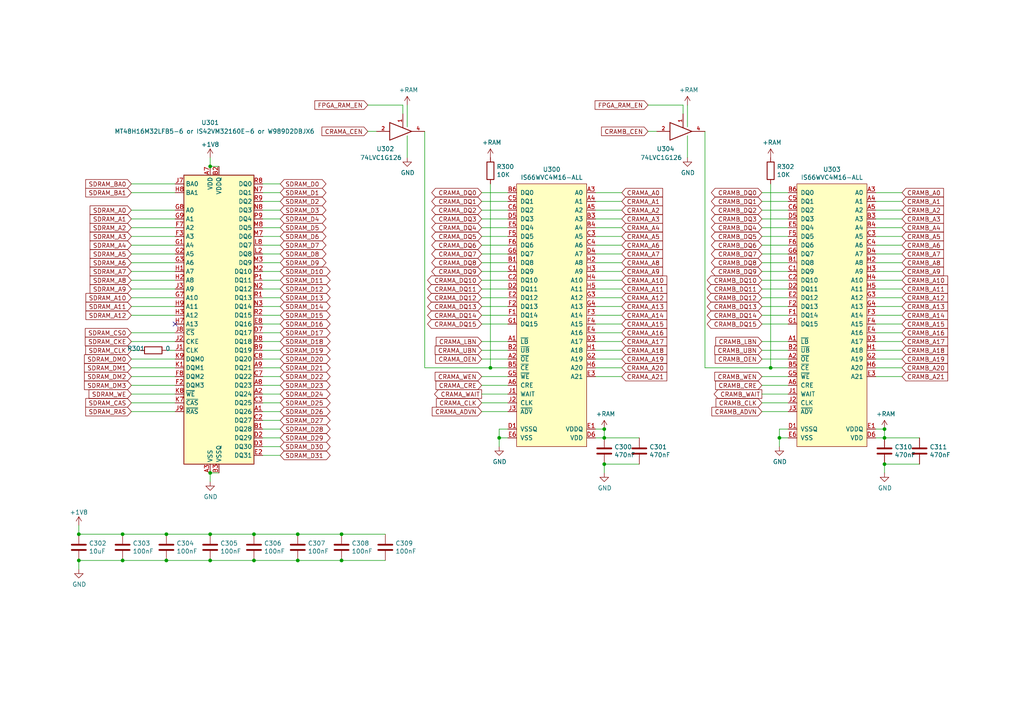
<source format=kicad_sch>
(kicad_sch (version 20210126) (generator eeschema)
  (paper "A4")
  (title_block (title "Fobu") (date "2021-02-17") (rev "0.3") (company "Wenting Zhang") (comment 1 "zephray@outlook.com"))
  (lib_symbols
    (symbol "74xGxx:74LVC1G126" (pin_names (offset 1.016))
      (property "Reference" "U" (at -2.54 3.81 0))
      (property "Value" "74LVC1G126" (at 0 -3.81 0))
      (symbol "74LVC1G126_0_1"
        (polyline (pts (xy -3.81 2.54) (xy -3.81 -2.54) (xy 2.54 0) (xy -3.81 2.54)) (stroke (width 0.254)))
      )
      (symbol "74LVC1G126_1_1"
        (pin input line (at 0 5.08 270) (length 3.937) (name "~") (number "1"))
        (pin input line (at -7.62 0 0) (length 3.81) (name "~") (number "2"))
        (pin power_in line (at 1.27 -1.27 270) (length 0) hide (name "GND") (number "3"))
        (pin tri_state line (at 6.35 0 180) (length 3.81) (name "~") (number "4"))
        (pin power_in line (at 1.27 1.27 90) (length 0) hide (name "VCC") (number "5"))
      )
    )
    (symbol "Device:C" (pin_numbers hide) (pin_names (offset 0.254))
      (property "Reference" "C" (at 0.635 2.54 0))
      (property "Value" "C" (at 0.635 -2.54 0))
      (symbol "C_0_1"
        (polyline (pts (xy -2.032 -0.762) (xy 2.032 -0.762)) (stroke (width 0.508)))
        (polyline (pts (xy -2.032 0.762) (xy 2.032 0.762)) (stroke (width 0.508)))
      )
      (symbol "C_1_1"
        (pin passive line (at 0 3.81 270) (length 2.794) (name "~") (number "1"))
        (pin passive line (at 0 -3.81 90) (length 2.794) (name "~") (number "2"))
      )
    )
    (symbol "Device:R" (pin_numbers hide) (pin_names (offset 0))
      (property "Reference" "R" (at 2.032 0 90))
      (property "Value" "R" (at 0 0 90))
      (symbol "R_0_1"
        (rectangle (start -1.016 -2.54) (end 1.016 2.54) (stroke (width 0.254)))
      )
      (symbol "R_1_1"
        (pin passive line (at 0 3.81 270) (length 1.27) (name "~") (number "1"))
        (pin passive line (at 0 -3.81 90) (length 1.27) (name "~") (number "2"))
      )
    )
    (symbol "power:+1V8" (power) (pin_names (offset 0))
      (property "Value" "+1V8" (at 0 3.556 0))
      (symbol "+1V8_0_1"
        (polyline (pts (xy -0.762 1.27) (xy 0 2.54)))
        (polyline (pts (xy 0 0) (xy 0 2.54)))
        (polyline (pts (xy 0 2.54) (xy 0.762 1.27)))
      )
      (symbol "+1V8_1_1"
        (pin power_in line (at 0 0 90) (length 0) hide (name "+1V8") (number "1"))
      )
    )
    (symbol "power:GND" (power) (pin_names (offset 0))
      (property "Value" "GND" (at 0 -3.81 0))
      (symbol "GND_0_1"
        (polyline (pts (xy 0 0) (xy 0 -1.27) (xy 1.27 -1.27) (xy 0 -2.54) (xy -1.27 -1.27) (xy 0 -1.27)))
      )
      (symbol "GND_1_1"
        (pin power_in line (at 0 0 270) (length 0) hide (name "GND") (number "1"))
      )
    )
    (symbol "symbols:+RAM" (power) (pin_names (offset 0))
      (property "Value" "+RAM" (at 0 3.556 0))
      (symbol "+RAM_0_1"
        (polyline (pts (xy -0.762 1.27) (xy 0 2.54)))
        (polyline (pts (xy 0 0) (xy 0 2.54)))
        (polyline (pts (xy 0 2.54) (xy 0.762 1.27)))
      )
      (symbol "+RAM_1_1"
        (pin power_in line (at 0 0 90) (length 0) hide (name "+RAM") (number "1"))
      )
    )
    (symbol "symbols:IS42S32800J-xB"
      (property "Reference" "U" (at 0 0 0))
      (property "Value" "IS42S32800J-xB" (at 0 -2.54 0))
      (symbol "IS42S32800J-xB_0_1"
        (rectangle (start -10.16 -5.08) (end 10.16 -88.9) (stroke (width 0.254)) (fill (type background)))
      )
      (symbol "IS42S32800J-xB_1_1"
        (pin bidirectional line (at 12.7 -20.32 180) (length 2.54) (name "DQ5") (number "M8"))
        (pin bidirectional line (at 12.7 -22.86 180) (length 2.54) (name "DQ6") (number "M7"))
        (pin bidirectional line (at 12.7 -25.4 180) (length 2.54) (name "DQ7") (number "L8"))
        (pin input line (at -12.7 -58.42 0) (length 2.54) (name "DQM0") (number "K9"))
        (pin input line (at -12.7 -68.58 0) (length 2.54) (name "~WE") (number "K8"))
        (pin input line (at -12.7 -71.12 0) (length 2.54) (name "~CAS") (number "K7"))
        (pin input line (at -12.7 -73.66 0) (length 2.54) (name "~RAS") (number "J9"))
        (pin input line (at -12.7 -50.8 0) (length 2.54) (name "~CS") (number "J8"))
        (pin bidirectional line (at 12.7 -7.62 180) (length 2.54) (name "DQ0") (number "R8"))
        (pin input line (at -12.7 -7.62 0) (length 2.54) (name "BA0") (number "J7"))
        (pin input line (at -12.7 -10.16 0) (length 2.54) (name "BA1") (number "H8"))
        (pin input line (at -12.7 -40.64 0) (length 2.54) (name "A10") (number "G7"))
        (pin input line (at -12.7 -15.24 0) (length 2.54) (name "A0") (number "G8"))
        (pin input line (at -12.7 -17.78 0) (length 2.54) (name "A1") (number "G9"))
        (pin input line (at -12.7 -20.32 0) (length 2.54) (name "A2") (number "F7"))
        (pin input line (at -12.7 -22.86 0) (length 2.54) (name "A3") (number "F3"))
        (pin input line (at -12.7 -25.4 0) (length 2.54) (name "A4") (number "G1"))
        (pin input line (at -12.7 -27.94 0) (length 2.54) (name "A5") (number "G2"))
        (pin input line (at -12.7 -30.48 0) (length 2.54) (name "A6") (number "G3"))
        (pin input line (at -12.7 -33.02 0) (length 2.54) (name "A7") (number "H1"))
        (pin input line (at -12.7 -35.56 0) (length 2.54) (name "A8") (number "H2"))
        (pin input line (at -12.7 -38.1 0) (length 2.54) (name "A9") (number "J3"))
        (pin input line (at -12.7 -43.18 0) (length 2.54) (name "A11") (number "H9"))
        (pin input line (at -12.7 -53.34 0) (length 2.54) (name "CKE") (number "J2"))
        (pin input line (at -12.7 -55.88 0) (length 2.54) (name "CLK") (number "J1"))
        (pin input line (at -12.7 -60.96 0) (length 2.54) (name "DQM1") (number "K1"))
        (pin bidirectional line (at 12.7 -10.16 180) (length 2.54) (name "DQ1") (number "N7"))
        (pin bidirectional line (at 12.7 -27.94 180) (length 2.54) (name "DQ8") (number "L2"))
        (pin bidirectional line (at 12.7 -30.48 180) (length 2.54) (name "DQ9") (number "M3"))
        (pin bidirectional line (at 12.7 -33.02 180) (length 2.54) (name "DQ10") (number "M2"))
        (pin bidirectional line (at 12.7 -35.56 180) (length 2.54) (name "DQ11") (number "P1"))
        (pin bidirectional line (at 12.7 -38.1 180) (length 2.54) (name "DQ12") (number "N2"))
        (pin bidirectional line (at 12.7 -12.7 180) (length 2.54) (name "DQ2") (number "R9"))
        (pin bidirectional line (at 12.7 -40.64 180) (length 2.54) (name "DQ13") (number "R1"))
        (pin bidirectional line (at 12.7 -43.18 180) (length 2.54) (name "DQ14") (number "N3"))
        (pin bidirectional line (at 12.7 -45.72 180) (length 2.54) (name "DQ15") (number "R2"))
        (pin bidirectional line (at 12.7 -15.24 180) (length 2.54) (name "DQ3") (number "N8"))
        (pin bidirectional line (at 12.7 -17.78 180) (length 2.54) (name "DQ4") (number "P9"))
        (pin bidirectional line (at 12.7 -48.26 180) (length 2.54) (name "DQ16") (number "E8"))
        (pin bidirectional line (at 12.7 -50.8 180) (length 2.54) (name "DQ17") (number "D7"))
        (pin bidirectional line (at 12.7 -53.34 180) (length 2.54) (name "DQ18") (number "D8"))
        (pin bidirectional line (at 12.7 -55.88 180) (length 2.54) (name "DQ19") (number "B9"))
        (pin bidirectional line (at 12.7 -58.42 180) (length 2.54) (name "DQ20") (number "C8"))
        (pin bidirectional line (at 12.7 -60.96 180) (length 2.54) (name "DQ21") (number "A9"))
        (pin bidirectional line (at 12.7 -63.5 180) (length 2.54) (name "DQ22") (number "C7"))
        (pin bidirectional line (at 12.7 -66.04 180) (length 2.54) (name "DQ23") (number "A8"))
        (pin bidirectional line (at 12.7 -68.58 180) (length 2.54) (name "DQ24") (number "A2"))
        (pin bidirectional line (at 12.7 -71.12 180) (length 2.54) (name "DQ25") (number "C3"))
        (pin bidirectional line (at 12.7 -73.66 180) (length 2.54) (name "DQ26") (number "A1"))
        (pin bidirectional line (at 12.7 -76.2 180) (length 2.54) (name "DQ27") (number "C2"))
        (pin bidirectional line (at 12.7 -78.74 180) (length 2.54) (name "DQ28") (number "B1"))
        (pin bidirectional line (at 12.7 -81.28 180) (length 2.54) (name "DQ29") (number "D2"))
        (pin bidirectional line (at 12.7 -83.82 180) (length 2.54) (name "DQ30") (number "D3"))
        (pin bidirectional line (at 12.7 -86.36 180) (length 2.54) (name "DQ31") (number "E2"))
        (pin power_in line (at -2.54 -91.44 90) (length 2.54) (name "VSS") (number "A3"))
        (pin power_in line (at -2.54 -91.44 90) (length 2.54) hide (name "VSS") (number "F1"))
        (pin power_in line (at -2.54 -91.44 90) (length 2.54) hide (name "VSS") (number "L3"))
        (pin power_in line (at -2.54 -91.44 90) (length 2.54) hide (name "VSS") (number "R3"))
        (pin power_in line (at -2.54 -2.54 270) (length 2.54) (name "VDD") (number "A7"))
        (pin power_in line (at -2.54 -2.54 270) (length 2.54) hide (name "VDD") (number "F9"))
        (pin power_in line (at -2.54 -2.54 270) (length 2.54) hide (name "VDD") (number "L7"))
        (pin power_in line (at -2.54 -2.54 270) (length 2.54) hide (name "VDD") (number "R7"))
        (pin power_in line (at 0 -2.54 270) (length 2.54) (name "VDDQ") (number "B2"))
        (pin power_in line (at 0 -2.54 270) (length 2.54) hide (name "VDDQ") (number "B7"))
        (pin power_in line (at 0 -2.54 270) (length 2.54) hide (name "VDDQ") (number "C9"))
        (pin power_in line (at 0 -2.54 270) (length 2.54) hide (name "VDDQ") (number "D9"))
        (pin power_in line (at 0 -2.54 270) (length 2.54) hide (name "VDDQ") (number "E1"))
        (pin power_in line (at 0 -2.54 270) (length 2.54) hide (name "VDDQ") (number "L1"))
        (pin power_in line (at 0 -2.54 270) (length 2.54) hide (name "VDDQ") (number "M9"))
        (pin power_in line (at 0 -2.54 270) (length 2.54) hide (name "VDDQ") (number "N9"))
        (pin power_in line (at 0 -91.44 90) (length 2.54) (name "VSSQ") (number "B3"))
        (pin power_in line (at 0 -91.44 90) (length 2.54) hide (name "VSSQ") (number "B8"))
        (pin power_in line (at 0 -91.44 90) (length 2.54) hide (name "VSSQ") (number "C1"))
        (pin power_in line (at 0 -91.44 90) (length 2.54) hide (name "VSSQ") (number "D1"))
        (pin power_in line (at 0 -91.44 90) (length 2.54) hide (name "VSSQ") (number "E9"))
        (pin power_in line (at 0 -91.44 90) (length 2.54) hide (name "VSSQ") (number "L9"))
        (pin power_in line (at 0 -91.44 90) (length 2.54) hide (name "VSSQ") (number "M1"))
        (pin power_in line (at 0 -91.44 90) (length 2.54) hide (name "VSSQ") (number "N1"))
        (pin power_in line (at 0 -91.44 90) (length 2.54) hide (name "VSSQ") (number "P3"))
        (pin no_connect line (at -12.7 -83.82 0) (length 2.54) hide (name "NC") (number "E3"))
        (pin no_connect line (at -12.7 -81.28 0) (length 2.54) hide (name "NC") (number "E7"))
        (pin input line (at -12.7 -45.72 0) (length 2.54) (name "A12") (number "H3"))
        (pin input line (at -12.7 -48.26 0) (length 2.54) (name "A13") (number "H7"))
        (pin no_connect line (at -12.7 -78.74 0) (length 2.54) hide (name "NC") (number "K2"))
        (pin no_connect line (at -12.7 -76.2 0) (length 2.54) hide (name "NC") (number "K3"))
        (pin input line (at -12.7 -63.5 0) (length 2.54) (name "DQM2") (number "F8"))
        (pin input line (at -12.7 -66.04 0) (length 2.54) (name "DQM3") (number "F2"))
        (pin power_in line (at 0 -2.54 270) (length 2.54) hide (name "VDDQ") (number "P2"))
        (pin power_in line (at 0 -2.54 270) (length 2.54) hide (name "VDDQ") (number "P7"))
        (pin power_in line (at 0 -91.44 90) (length 2.54) hide (name "VSSQ") (number "P8"))
      )
    )
    (symbol "symbols:IS66WVC4M16" (pin_names (offset 1.016))
      (property "Reference" "U" (at -7.62 0 0))
      (property "Value" "IS66WVC4M16" (at 5.08 0 0))
      (symbol "IS66WVC4M16_0_1"
        (rectangle (start -10.16 -2.54) (end 10.16 -78.74) (fill (type background)))
      )
      (symbol "IS66WVC4M16_1_1"
        (pin input line (at -12.7 -48.26 0) (length 2.54) (name "~LB") (number "A1"))
        (pin input line (at -12.7 -53.34 0) (length 2.54) (name "~OE") (number "A2"))
        (pin input line (at 12.7 -5.08 180) (length 2.54) (name "A0") (number "A3"))
        (pin input line (at 12.7 -7.62 180) (length 2.54) (name "A1") (number "A4"))
        (pin input line (at 12.7 -10.16 180) (length 2.54) (name "A2") (number "A5"))
        (pin input line (at -12.7 -60.96 0) (length 2.54) (name "CRE") (number "A6"))
        (pin bidirectional line (at -12.7 -25.4 0) (length 2.54) (name "DQ8") (number "B1"))
        (pin input line (at -12.7 -50.8 0) (length 2.54) (name "~UB") (number "B2"))
        (pin input line (at 12.7 -12.7 180) (length 2.54) (name "A3") (number "B3"))
        (pin input line (at 12.7 -15.24 180) (length 2.54) (name "A4") (number "B4"))
        (pin input line (at -12.7 -55.88 0) (length 2.54) (name "~CE") (number "B5"))
        (pin bidirectional line (at -12.7 -5.08 0) (length 2.54) (name "DQ0") (number "B6"))
        (pin bidirectional line (at -12.7 -27.94 0) (length 2.54) (name "DQ9") (number "C1"))
        (pin bidirectional line (at -12.7 -30.48 0) (length 2.54) (name "DQ10") (number "C2"))
        (pin input line (at 12.7 -17.78 180) (length 2.54) (name "A5") (number "C3"))
        (pin input line (at 12.7 -20.32 180) (length 2.54) (name "A6") (number "C4"))
        (pin bidirectional line (at -12.7 -7.62 0) (length 2.54) (name "DQ1") (number "C5"))
        (pin bidirectional line (at -12.7 -10.16 0) (length 2.54) (name "DQ2") (number "C6"))
        (pin power_in line (at -12.7 -73.66 0) (length 2.54) (name "VSSQ") (number "D1"))
        (pin bidirectional line (at -12.7 -33.02 0) (length 2.54) (name "DQ11") (number "D2"))
        (pin input line (at 12.7 -48.26 180) (length 2.54) (name "A17") (number "D3"))
        (pin input line (at 12.7 -22.86 180) (length 2.54) (name "A7") (number "D4"))
        (pin bidirectional line (at -12.7 -12.7 0) (length 2.54) (name "DQ3") (number "D5"))
        (pin power_in line (at 12.7 -76.2 180) (length 2.54) (name "VDD") (number "D6"))
        (pin power_in line (at 12.7 -73.66 180) (length 2.54) (name "VDDQ") (number "E1"))
        (pin bidirectional line (at -12.7 -35.56 0) (length 2.54) (name "DQ12") (number "E2"))
        (pin input line (at 12.7 -58.42 180) (length 2.54) (name "A21") (number "E3"))
        (pin input line (at 12.7 -45.72 180) (length 2.54) (name "A16") (number "E4"))
        (pin bidirectional line (at -12.7 -15.24 0) (length 2.54) (name "DQ4") (number "E5"))
        (pin power_in line (at -12.7 -76.2 0) (length 2.54) (name "VSS") (number "E6"))
        (pin bidirectional line (at -12.7 -40.64 0) (length 2.54) (name "DQ14") (number "F1"))
        (pin bidirectional line (at -12.7 -38.1 0) (length 2.54) (name "DQ13") (number "F2"))
        (pin input line (at 12.7 -40.64 180) (length 2.54) (name "A14") (number "F3"))
        (pin input line (at 12.7 -43.18 180) (length 2.54) (name "A15") (number "F4"))
        (pin bidirectional line (at -12.7 -17.78 0) (length 2.54) (name "DQ5") (number "F5"))
        (pin bidirectional line (at -12.7 -20.32 0) (length 2.54) (name "DQ6") (number "F6"))
        (pin bidirectional line (at -12.7 -43.18 0) (length 2.54) (name "DQ15") (number "G1"))
        (pin input line (at 12.7 -53.34 180) (length 2.54) (name "A19") (number "G2"))
        (pin input line (at 12.7 -35.56 180) (length 2.54) (name "A12") (number "G3"))
        (pin input line (at 12.7 -38.1 180) (length 2.54) (name "A13") (number "G4"))
        (pin input line (at -12.7 -58.42 0) (length 2.54) (name "~WE") (number "G5"))
        (pin bidirectional line (at -12.7 -22.86 0) (length 2.54) (name "DQ7") (number "G6"))
        (pin input line (at 12.7 -50.8 180) (length 2.54) (name "A18") (number "H1"))
        (pin input line (at 12.7 -25.4 180) (length 2.54) (name "A8") (number "H2"))
        (pin input line (at 12.7 -27.94 180) (length 2.54) (name "A9") (number "H3"))
        (pin input line (at 12.7 -30.48 180) (length 2.54) (name "A10") (number "H4"))
        (pin input line (at 12.7 -33.02 180) (length 2.54) (name "A11") (number "H5"))
        (pin input line (at 12.7 -55.88 180) (length 2.54) (name "A20") (number "H6"))
        (pin output line (at -12.7 -63.5 0) (length 2.54) (name "WAIT") (number "J1"))
        (pin input line (at -12.7 -66.04 0) (length 2.54) (name "CLK") (number "J2"))
        (pin input line (at -12.7 -68.58 0) (length 2.54) (name "~ADV") (number "J3"))
      )
    )
  )
  (junction (at 22.86 154.94) (diameter 0.9144))
  (junction (at 22.86 162.56) (diameter 0.9144))
  (junction (at 35.56 154.94) (diameter 0.9144))
  (junction (at 35.56 162.56) (diameter 0.9144))
  (junction (at 48.26 154.94) (diameter 0.9144))
  (junction (at 48.26 162.56) (diameter 0.9144))
  (junction (at 60.96 48.26) (diameter 0.9144))
  (junction (at 60.96 137.16) (diameter 0.9144))
  (junction (at 60.96 154.94) (diameter 0.9144))
  (junction (at 60.96 162.56) (diameter 0.9144))
  (junction (at 73.66 154.94) (diameter 0.9144))
  (junction (at 73.66 162.56) (diameter 0.9144))
  (junction (at 86.36 154.94) (diameter 0.9144))
  (junction (at 86.36 162.56) (diameter 0.9144))
  (junction (at 99.06 154.94) (diameter 0.9144))
  (junction (at 99.06 162.56) (diameter 0.9144))
  (junction (at 142.24 106.68) (diameter 0.9144))
  (junction (at 144.78 127) (diameter 0.9144))
  (junction (at 175.26 124.46) (diameter 0.9144))
  (junction (at 175.26 127) (diameter 0.9144))
  (junction (at 175.26 134.62) (diameter 0.9144))
  (junction (at 223.52 106.68) (diameter 0.9144))
  (junction (at 226.06 127) (diameter 0.9144))
  (junction (at 256.54 124.46) (diameter 0.9144))
  (junction (at 256.54 127) (diameter 0.9144))
  (junction (at 256.54 134.62) (diameter 0.9144))
  (no_connect (at 50.8 93.98))
  (wire (pts (xy 22.86 154.94) (xy 22.86 152.4)))
  (wire (pts (xy 22.86 162.56) (xy 22.86 165.1)))
  (wire (pts (xy 35.56 154.94) (xy 22.86 154.94)))
  (wire (pts (xy 35.56 162.56) (xy 22.86 162.56)))
  (wire (pts (xy 38.1 53.34) (xy 50.8 53.34)))
  (wire (pts (xy 38.1 55.88) (xy 50.8 55.88)))
  (wire (pts (xy 38.1 60.96) (xy 50.8 60.96)))
  (wire (pts (xy 38.1 63.5) (xy 50.8 63.5)))
  (wire (pts (xy 38.1 66.04) (xy 50.8 66.04)))
  (wire (pts (xy 38.1 68.58) (xy 50.8 68.58)))
  (wire (pts (xy 38.1 71.12) (xy 50.8 71.12)))
  (wire (pts (xy 38.1 73.66) (xy 50.8 73.66)))
  (wire (pts (xy 38.1 76.2) (xy 50.8 76.2)))
  (wire (pts (xy 38.1 78.74) (xy 50.8 78.74)))
  (wire (pts (xy 38.1 81.28) (xy 50.8 81.28)))
  (wire (pts (xy 38.1 83.82) (xy 50.8 83.82)))
  (wire (pts (xy 38.1 86.36) (xy 50.8 86.36)))
  (wire (pts (xy 38.1 88.9) (xy 50.8 88.9)))
  (wire (pts (xy 38.1 91.44) (xy 50.8 91.44)))
  (wire (pts (xy 38.1 96.52) (xy 50.8 96.52)))
  (wire (pts (xy 38.1 99.06) (xy 50.8 99.06)))
  (wire (pts (xy 38.1 101.6) (xy 40.64 101.6)))
  (wire (pts (xy 38.1 104.14) (xy 50.8 104.14)))
  (wire (pts (xy 38.1 106.68) (xy 50.8 106.68)))
  (wire (pts (xy 38.1 109.22) (xy 50.8 109.22)))
  (wire (pts (xy 38.1 111.76) (xy 50.8 111.76)))
  (wire (pts (xy 38.1 114.3) (xy 50.8 114.3)))
  (wire (pts (xy 38.1 116.84) (xy 50.8 116.84)))
  (wire (pts (xy 38.1 119.38) (xy 50.8 119.38)))
  (wire (pts (xy 48.26 101.6) (xy 50.8 101.6)))
  (wire (pts (xy 48.26 154.94) (xy 35.56 154.94)))
  (wire (pts (xy 48.26 162.56) (xy 35.56 162.56)))
  (wire (pts (xy 60.96 45.72) (xy 60.96 48.26)))
  (wire (pts (xy 60.96 48.26) (xy 63.5 48.26)))
  (wire (pts (xy 60.96 137.16) (xy 60.96 139.7)))
  (wire (pts (xy 60.96 137.16) (xy 63.5 137.16)))
  (wire (pts (xy 60.96 154.94) (xy 48.26 154.94)))
  (wire (pts (xy 60.96 162.56) (xy 48.26 162.56)))
  (wire (pts (xy 73.66 154.94) (xy 60.96 154.94)))
  (wire (pts (xy 73.66 162.56) (xy 60.96 162.56)))
  (wire (pts (xy 76.2 53.34) (xy 81.28 53.34)))
  (wire (pts (xy 76.2 55.88) (xy 81.28 55.88)))
  (wire (pts (xy 76.2 58.42) (xy 81.28 58.42)))
  (wire (pts (xy 76.2 60.96) (xy 81.28 60.96)))
  (wire (pts (xy 76.2 63.5) (xy 81.28 63.5)))
  (wire (pts (xy 76.2 66.04) (xy 81.28 66.04)))
  (wire (pts (xy 76.2 68.58) (xy 81.28 68.58)))
  (wire (pts (xy 76.2 71.12) (xy 81.28 71.12)))
  (wire (pts (xy 76.2 73.66) (xy 81.28 73.66)))
  (wire (pts (xy 76.2 76.2) (xy 81.28 76.2)))
  (wire (pts (xy 76.2 78.74) (xy 81.28 78.74)))
  (wire (pts (xy 76.2 81.28) (xy 81.28 81.28)))
  (wire (pts (xy 76.2 83.82) (xy 81.28 83.82)))
  (wire (pts (xy 76.2 86.36) (xy 81.28 86.36)))
  (wire (pts (xy 76.2 88.9) (xy 81.28 88.9)))
  (wire (pts (xy 76.2 91.44) (xy 81.28 91.44)))
  (wire (pts (xy 76.2 93.98) (xy 81.28 93.98)))
  (wire (pts (xy 76.2 96.52) (xy 81.28 96.52)))
  (wire (pts (xy 76.2 99.06) (xy 81.28 99.06)))
  (wire (pts (xy 76.2 101.6) (xy 81.28 101.6)))
  (wire (pts (xy 76.2 104.14) (xy 81.28 104.14)))
  (wire (pts (xy 76.2 106.68) (xy 81.28 106.68)))
  (wire (pts (xy 76.2 109.22) (xy 81.28 109.22)))
  (wire (pts (xy 76.2 111.76) (xy 81.28 111.76)))
  (wire (pts (xy 76.2 114.3) (xy 81.28 114.3)))
  (wire (pts (xy 76.2 116.84) (xy 81.28 116.84)))
  (wire (pts (xy 76.2 119.38) (xy 81.28 119.38)))
  (wire (pts (xy 76.2 121.92) (xy 81.28 121.92)))
  (wire (pts (xy 76.2 124.46) (xy 81.28 124.46)))
  (wire (pts (xy 76.2 127) (xy 81.28 127)))
  (wire (pts (xy 76.2 129.54) (xy 81.28 129.54)))
  (wire (pts (xy 76.2 132.08) (xy 81.28 132.08)))
  (wire (pts (xy 86.36 154.94) (xy 73.66 154.94)))
  (wire (pts (xy 86.36 162.56) (xy 73.66 162.56)))
  (wire (pts (xy 99.06 154.94) (xy 86.36 154.94)))
  (wire (pts (xy 99.06 162.56) (xy 86.36 162.56)))
  (wire (pts (xy 106.68 30.48) (xy 116.84 30.48)))
  (wire (pts (xy 106.68 38.1) (xy 109.22 38.1)))
  (wire (pts (xy 111.76 154.94) (xy 99.06 154.94)))
  (wire (pts (xy 111.76 162.56) (xy 99.06 162.56)))
  (wire (pts (xy 116.84 33.02) (xy 116.84 30.48)))
  (wire (pts (xy 118.11 30.48) (xy 118.11 36.83)))
  (wire (pts (xy 118.11 39.37) (xy 118.11 45.72)))
  (wire (pts (xy 123.19 38.1) (xy 123.19 106.68)))
  (wire (pts (xy 123.19 106.68) (xy 142.24 106.68)))
  (wire (pts (xy 139.7 55.88) (xy 147.32 55.88)))
  (wire (pts (xy 139.7 58.42) (xy 147.32 58.42)))
  (wire (pts (xy 139.7 60.96) (xy 147.32 60.96)))
  (wire (pts (xy 139.7 63.5) (xy 147.32 63.5)))
  (wire (pts (xy 139.7 66.04) (xy 147.32 66.04)))
  (wire (pts (xy 139.7 68.58) (xy 147.32 68.58)))
  (wire (pts (xy 139.7 71.12) (xy 147.32 71.12)))
  (wire (pts (xy 139.7 73.66) (xy 147.32 73.66)))
  (wire (pts (xy 139.7 76.2) (xy 147.32 76.2)))
  (wire (pts (xy 139.7 78.74) (xy 147.32 78.74)))
  (wire (pts (xy 139.7 81.28) (xy 147.32 81.28)))
  (wire (pts (xy 139.7 83.82) (xy 147.32 83.82)))
  (wire (pts (xy 139.7 86.36) (xy 147.32 86.36)))
  (wire (pts (xy 139.7 88.9) (xy 147.32 88.9)))
  (wire (pts (xy 139.7 91.44) (xy 147.32 91.44)))
  (wire (pts (xy 139.7 93.98) (xy 147.32 93.98)))
  (wire (pts (xy 139.7 99.06) (xy 147.32 99.06)))
  (wire (pts (xy 139.7 101.6) (xy 147.32 101.6)))
  (wire (pts (xy 139.7 104.14) (xy 147.32 104.14)))
  (wire (pts (xy 139.7 109.22) (xy 147.32 109.22)))
  (wire (pts (xy 139.7 111.76) (xy 147.32 111.76)))
  (wire (pts (xy 139.7 114.3) (xy 147.32 114.3)))
  (wire (pts (xy 139.7 116.84) (xy 147.32 116.84)))
  (wire (pts (xy 139.7 119.38) (xy 147.32 119.38)))
  (wire (pts (xy 142.24 53.34) (xy 142.24 106.68)))
  (wire (pts (xy 142.24 106.68) (xy 147.32 106.68)))
  (wire (pts (xy 144.78 124.46) (xy 144.78 127)))
  (wire (pts (xy 144.78 127) (xy 144.78 129.54)))
  (wire (pts (xy 147.32 124.46) (xy 144.78 124.46)))
  (wire (pts (xy 147.32 127) (xy 144.78 127)))
  (wire (pts (xy 172.72 55.88) (xy 180.34 55.88)))
  (wire (pts (xy 172.72 58.42) (xy 180.34 58.42)))
  (wire (pts (xy 172.72 60.96) (xy 180.34 60.96)))
  (wire (pts (xy 172.72 63.5) (xy 180.34 63.5)))
  (wire (pts (xy 172.72 66.04) (xy 180.34 66.04)))
  (wire (pts (xy 172.72 68.58) (xy 180.34 68.58)))
  (wire (pts (xy 172.72 71.12) (xy 180.34 71.12)))
  (wire (pts (xy 172.72 73.66) (xy 180.34 73.66)))
  (wire (pts (xy 172.72 76.2) (xy 180.34 76.2)))
  (wire (pts (xy 172.72 78.74) (xy 180.34 78.74)))
  (wire (pts (xy 172.72 81.28) (xy 180.34 81.28)))
  (wire (pts (xy 172.72 83.82) (xy 180.34 83.82)))
  (wire (pts (xy 172.72 86.36) (xy 180.34 86.36)))
  (wire (pts (xy 172.72 88.9) (xy 180.34 88.9)))
  (wire (pts (xy 172.72 91.44) (xy 180.34 91.44)))
  (wire (pts (xy 172.72 93.98) (xy 180.34 93.98)))
  (wire (pts (xy 172.72 96.52) (xy 180.34 96.52)))
  (wire (pts (xy 172.72 99.06) (xy 180.34 99.06)))
  (wire (pts (xy 172.72 101.6) (xy 180.34 101.6)))
  (wire (pts (xy 172.72 104.14) (xy 180.34 104.14)))
  (wire (pts (xy 172.72 106.68) (xy 180.34 106.68)))
  (wire (pts (xy 172.72 109.22) (xy 180.34 109.22)))
  (wire (pts (xy 172.72 124.46) (xy 175.26 124.46)))
  (wire (pts (xy 172.72 127) (xy 175.26 127)))
  (wire (pts (xy 175.26 124.46) (xy 175.26 127)))
  (wire (pts (xy 175.26 134.62) (xy 175.26 137.16)))
  (wire (pts (xy 185.42 127) (xy 175.26 127)))
  (wire (pts (xy 185.42 134.62) (xy 175.26 134.62)))
  (wire (pts (xy 187.96 30.48) (xy 198.12 30.48)))
  (wire (pts (xy 187.96 38.1) (xy 190.5 38.1)))
  (wire (pts (xy 198.12 33.02) (xy 198.12 30.48)))
  (wire (pts (xy 199.39 30.48) (xy 199.39 36.83)))
  (wire (pts (xy 199.39 39.37) (xy 199.39 45.72)))
  (wire (pts (xy 204.47 38.1) (xy 204.47 106.68)))
  (wire (pts (xy 204.47 106.68) (xy 223.52 106.68)))
  (wire (pts (xy 220.98 55.88) (xy 228.6 55.88)))
  (wire (pts (xy 220.98 58.42) (xy 228.6 58.42)))
  (wire (pts (xy 220.98 60.96) (xy 228.6 60.96)))
  (wire (pts (xy 220.98 63.5) (xy 228.6 63.5)))
  (wire (pts (xy 220.98 66.04) (xy 228.6 66.04)))
  (wire (pts (xy 220.98 68.58) (xy 228.6 68.58)))
  (wire (pts (xy 220.98 71.12) (xy 228.6 71.12)))
  (wire (pts (xy 220.98 73.66) (xy 228.6 73.66)))
  (wire (pts (xy 220.98 76.2) (xy 228.6 76.2)))
  (wire (pts (xy 220.98 78.74) (xy 228.6 78.74)))
  (wire (pts (xy 220.98 81.28) (xy 228.6 81.28)))
  (wire (pts (xy 220.98 83.82) (xy 228.6 83.82)))
  (wire (pts (xy 220.98 86.36) (xy 228.6 86.36)))
  (wire (pts (xy 220.98 88.9) (xy 228.6 88.9)))
  (wire (pts (xy 220.98 91.44) (xy 228.6 91.44)))
  (wire (pts (xy 220.98 93.98) (xy 228.6 93.98)))
  (wire (pts (xy 220.98 99.06) (xy 228.6 99.06)))
  (wire (pts (xy 220.98 101.6) (xy 228.6 101.6)))
  (wire (pts (xy 220.98 104.14) (xy 228.6 104.14)))
  (wire (pts (xy 220.98 109.22) (xy 228.6 109.22)))
  (wire (pts (xy 220.98 111.76) (xy 228.6 111.76)))
  (wire (pts (xy 220.98 114.3) (xy 228.6 114.3)))
  (wire (pts (xy 220.98 116.84) (xy 228.6 116.84)))
  (wire (pts (xy 220.98 119.38) (xy 228.6 119.38)))
  (wire (pts (xy 223.52 53.34) (xy 223.52 106.68)))
  (wire (pts (xy 223.52 106.68) (xy 228.6 106.68)))
  (wire (pts (xy 226.06 124.46) (xy 226.06 127)))
  (wire (pts (xy 226.06 127) (xy 226.06 129.54)))
  (wire (pts (xy 228.6 124.46) (xy 226.06 124.46)))
  (wire (pts (xy 228.6 127) (xy 226.06 127)))
  (wire (pts (xy 254 55.88) (xy 261.62 55.88)))
  (wire (pts (xy 254 58.42) (xy 261.62 58.42)))
  (wire (pts (xy 254 60.96) (xy 261.62 60.96)))
  (wire (pts (xy 254 63.5) (xy 261.62 63.5)))
  (wire (pts (xy 254 66.04) (xy 261.62 66.04)))
  (wire (pts (xy 254 68.58) (xy 261.62 68.58)))
  (wire (pts (xy 254 71.12) (xy 261.62 71.12)))
  (wire (pts (xy 254 73.66) (xy 261.62 73.66)))
  (wire (pts (xy 254 76.2) (xy 261.62 76.2)))
  (wire (pts (xy 254 78.74) (xy 261.62 78.74)))
  (wire (pts (xy 254 81.28) (xy 261.62 81.28)))
  (wire (pts (xy 254 83.82) (xy 261.62 83.82)))
  (wire (pts (xy 254 86.36) (xy 261.62 86.36)))
  (wire (pts (xy 254 88.9) (xy 261.62 88.9)))
  (wire (pts (xy 254 91.44) (xy 261.62 91.44)))
  (wire (pts (xy 254 93.98) (xy 261.62 93.98)))
  (wire (pts (xy 254 96.52) (xy 261.62 96.52)))
  (wire (pts (xy 254 99.06) (xy 261.62 99.06)))
  (wire (pts (xy 254 101.6) (xy 261.62 101.6)))
  (wire (pts (xy 254 104.14) (xy 261.62 104.14)))
  (wire (pts (xy 254 106.68) (xy 261.62 106.68)))
  (wire (pts (xy 254 109.22) (xy 261.62 109.22)))
  (wire (pts (xy 254 124.46) (xy 256.54 124.46)))
  (wire (pts (xy 254 127) (xy 256.54 127)))
  (wire (pts (xy 256.54 124.46) (xy 256.54 127)))
  (wire (pts (xy 256.54 134.62) (xy 256.54 137.16)))
  (wire (pts (xy 266.7 127) (xy 256.54 127)))
  (wire (pts (xy 266.7 134.62) (xy 256.54 134.62)))
  (global_label "SDRAM_BA0" (shape input) (at 38.1 53.34 180) (property "Intersheet References" "${INTERSHEET_REFS}" (effects hide)))
  (global_label "SDRAM_BA1" (shape input) (at 38.1 55.88 180) (property "Intersheet References" "${INTERSHEET_REFS}" (effects hide)))
  (global_label "SDRAM_A0" (shape input) (at 38.1 60.96 180) (property "Intersheet References" "${INTERSHEET_REFS}" (effects hide)))
  (global_label "SDRAM_A1" (shape input) (at 38.1 63.5 180) (property "Intersheet References" "${INTERSHEET_REFS}" (effects hide)))
  (global_label "SDRAM_A2" (shape input) (at 38.1 66.04 180) (property "Intersheet References" "${INTERSHEET_REFS}" (effects hide)))
  (global_label "SDRAM_A3" (shape input) (at 38.1 68.58 180) (property "Intersheet References" "${INTERSHEET_REFS}" (effects hide)))
  (global_label "SDRAM_A4" (shape input) (at 38.1 71.12 180) (property "Intersheet References" "${INTERSHEET_REFS}" (effects hide)))
  (global_label "SDRAM_A5" (shape input) (at 38.1 73.66 180) (property "Intersheet References" "${INTERSHEET_REFS}" (effects hide)))
  (global_label "SDRAM_A6" (shape input) (at 38.1 76.2 180) (property "Intersheet References" "${INTERSHEET_REFS}" (effects hide)))
  (global_label "SDRAM_A7" (shape input) (at 38.1 78.74 180) (property "Intersheet References" "${INTERSHEET_REFS}" (effects hide)))
  (global_label "SDRAM_A8" (shape input) (at 38.1 81.28 180) (property "Intersheet References" "${INTERSHEET_REFS}" (effects hide)))
  (global_label "SDRAM_A9" (shape input) (at 38.1 83.82 180) (property "Intersheet References" "${INTERSHEET_REFS}" (effects hide)))
  (global_label "SDRAM_A10" (shape input) (at 38.1 86.36 180) (property "Intersheet References" "${INTERSHEET_REFS}" (effects hide)))
  (global_label "SDRAM_A11" (shape input) (at 38.1 88.9 180) (property "Intersheet References" "${INTERSHEET_REFS}" (effects hide)))
  (global_label "SDRAM_A12" (shape input) (at 38.1 91.44 180) (property "Intersheet References" "${INTERSHEET_REFS}" (effects hide)))
  (global_label "SDRAM_CS0" (shape input) (at 38.1 96.52 180) (property "Intersheet References" "${INTERSHEET_REFS}" (effects hide)))
  (global_label "SDRAM_CKE" (shape input) (at 38.1 99.06 180) (property "Intersheet References" "${INTERSHEET_REFS}" (effects hide)))
  (global_label "SDRAM_CLK" (shape input) (at 38.1 101.6 180) (property "Intersheet References" "${INTERSHEET_REFS}" (effects hide)))
  (global_label "SDRAM_DM0" (shape input) (at 38.1 104.14 180) (property "Intersheet References" "${INTERSHEET_REFS}" (effects hide)))
  (global_label "SDRAM_DM1" (shape input) (at 38.1 106.68 180) (property "Intersheet References" "${INTERSHEET_REFS}" (effects hide)))
  (global_label "SDRAM_DM2" (shape input) (at 38.1 109.22 180) (property "Intersheet References" "${INTERSHEET_REFS}" (effects hide)))
  (global_label "SDRAM_DM3" (shape input) (at 38.1 111.76 180) (property "Intersheet References" "${INTERSHEET_REFS}" (effects hide)))
  (global_label "SDRAM_WE" (shape input) (at 38.1 114.3 180) (property "Intersheet References" "${INTERSHEET_REFS}" (effects hide)))
  (global_label "SDRAM_CAS" (shape input) (at 38.1 116.84 180) (property "Intersheet References" "${INTERSHEET_REFS}" (effects hide)))
  (global_label "SDRAM_RAS" (shape input) (at 38.1 119.38 180) (property "Intersheet References" "${INTERSHEET_REFS}" (effects hide)))
  (global_label "SDRAM_D0" (shape bidirectional) (at 81.28 53.34 0) (property "Intersheet References" "${INTERSHEET_REFS}" (effects hide)))
  (global_label "SDRAM_D1" (shape bidirectional) (at 81.28 55.88 0) (property "Intersheet References" "${INTERSHEET_REFS}" (effects hide)))
  (global_label "SDRAM_D2" (shape bidirectional) (at 81.28 58.42 0) (property "Intersheet References" "${INTERSHEET_REFS}" (effects hide)))
  (global_label "SDRAM_D3" (shape bidirectional) (at 81.28 60.96 0) (property "Intersheet References" "${INTERSHEET_REFS}" (effects hide)))
  (global_label "SDRAM_D4" (shape bidirectional) (at 81.28 63.5 0) (property "Intersheet References" "${INTERSHEET_REFS}" (effects hide)))
  (global_label "SDRAM_D5" (shape bidirectional) (at 81.28 66.04 0) (property "Intersheet References" "${INTERSHEET_REFS}" (effects hide)))
  (global_label "SDRAM_D6" (shape bidirectional) (at 81.28 68.58 0) (property "Intersheet References" "${INTERSHEET_REFS}" (effects hide)))
  (global_label "SDRAM_D7" (shape bidirectional) (at 81.28 71.12 0) (property "Intersheet References" "${INTERSHEET_REFS}" (effects hide)))
  (global_label "SDRAM_D8" (shape bidirectional) (at 81.28 73.66 0) (property "Intersheet References" "${INTERSHEET_REFS}" (effects hide)))
  (global_label "SDRAM_D9" (shape bidirectional) (at 81.28 76.2 0) (property "Intersheet References" "${INTERSHEET_REFS}" (effects hide)))
  (global_label "SDRAM_D10" (shape bidirectional) (at 81.28 78.74 0) (property "Intersheet References" "${INTERSHEET_REFS}" (effects hide)))
  (global_label "SDRAM_D11" (shape bidirectional) (at 81.28 81.28 0) (property "Intersheet References" "${INTERSHEET_REFS}" (effects hide)))
  (global_label "SDRAM_D12" (shape bidirectional) (at 81.28 83.82 0) (property "Intersheet References" "${INTERSHEET_REFS}" (effects hide)))
  (global_label "SDRAM_D13" (shape bidirectional) (at 81.28 86.36 0) (property "Intersheet References" "${INTERSHEET_REFS}" (effects hide)))
  (global_label "SDRAM_D14" (shape bidirectional) (at 81.28 88.9 0) (property "Intersheet References" "${INTERSHEET_REFS}" (effects hide)))
  (global_label "SDRAM_D15" (shape bidirectional) (at 81.28 91.44 0) (property "Intersheet References" "${INTERSHEET_REFS}" (effects hide)))
  (global_label "SDRAM_D16" (shape bidirectional) (at 81.28 93.98 0) (property "Intersheet References" "${INTERSHEET_REFS}" (effects hide)))
  (global_label "SDRAM_D17" (shape bidirectional) (at 81.28 96.52 0) (property "Intersheet References" "${INTERSHEET_REFS}" (effects hide)))
  (global_label "SDRAM_D18" (shape bidirectional) (at 81.28 99.06 0) (property "Intersheet References" "${INTERSHEET_REFS}" (effects hide)))
  (global_label "SDRAM_D19" (shape bidirectional) (at 81.28 101.6 0) (property "Intersheet References" "${INTERSHEET_REFS}" (effects hide)))
  (global_label "SDRAM_D20" (shape bidirectional) (at 81.28 104.14 0) (property "Intersheet References" "${INTERSHEET_REFS}" (effects hide)))
  (global_label "SDRAM_D21" (shape bidirectional) (at 81.28 106.68 0) (property "Intersheet References" "${INTERSHEET_REFS}" (effects hide)))
  (global_label "SDRAM_D22" (shape bidirectional) (at 81.28 109.22 0) (property "Intersheet References" "${INTERSHEET_REFS}" (effects hide)))
  (global_label "SDRAM_D23" (shape bidirectional) (at 81.28 111.76 0) (property "Intersheet References" "${INTERSHEET_REFS}" (effects hide)))
  (global_label "SDRAM_D24" (shape bidirectional) (at 81.28 114.3 0) (property "Intersheet References" "${INTERSHEET_REFS}" (effects hide)))
  (global_label "SDRAM_D25" (shape bidirectional) (at 81.28 116.84 0) (property "Intersheet References" "${INTERSHEET_REFS}" (effects hide)))
  (global_label "SDRAM_D26" (shape bidirectional) (at 81.28 119.38 0) (property "Intersheet References" "${INTERSHEET_REFS}" (effects hide)))
  (global_label "SDRAM_D27" (shape bidirectional) (at 81.28 121.92 0) (property "Intersheet References" "${INTERSHEET_REFS}" (effects hide)))
  (global_label "SDRAM_D28" (shape bidirectional) (at 81.28 124.46 0) (property "Intersheet References" "${INTERSHEET_REFS}" (effects hide)))
  (global_label "SDRAM_D29" (shape bidirectional) (at 81.28 127 0) (property "Intersheet References" "${INTERSHEET_REFS}" (effects hide)))
  (global_label "SDRAM_D30" (shape bidirectional) (at 81.28 129.54 0) (property "Intersheet References" "${INTERSHEET_REFS}" (effects hide)))
  (global_label "SDRAM_D31" (shape bidirectional) (at 81.28 132.08 0) (property "Intersheet References" "${INTERSHEET_REFS}" (effects hide)))
  (global_label "FPGA_RAM_EN" (shape input) (at 106.68 30.48 180) (property "Intersheet References" "${INTERSHEET_REFS}" (effects hide)))
  (global_label "CRAMA_CEN" (shape input) (at 106.68 38.1 180) (property "Intersheet References" "${INTERSHEET_REFS}" (effects hide)))
  (global_label "CRAMA_DQ0" (shape bidirectional) (at 139.7 55.88 180) (property "Intersheet References" "${INTERSHEET_REFS}" (effects hide)))
  (global_label "CRAMA_DQ1" (shape bidirectional) (at 139.7 58.42 180) (property "Intersheet References" "${INTERSHEET_REFS}" (effects hide)))
  (global_label "CRAMA_DQ2" (shape bidirectional) (at 139.7 60.96 180) (property "Intersheet References" "${INTERSHEET_REFS}" (effects hide)))
  (global_label "CRAMA_DQ3" (shape bidirectional) (at 139.7 63.5 180) (property "Intersheet References" "${INTERSHEET_REFS}" (effects hide)))
  (global_label "CRAMA_DQ4" (shape bidirectional) (at 139.7 66.04 180) (property "Intersheet References" "${INTERSHEET_REFS}" (effects hide)))
  (global_label "CRAMA_DQ5" (shape bidirectional) (at 139.7 68.58 180) (property "Intersheet References" "${INTERSHEET_REFS}" (effects hide)))
  (global_label "CRAMA_DQ6" (shape bidirectional) (at 139.7 71.12 180) (property "Intersheet References" "${INTERSHEET_REFS}" (effects hide)))
  (global_label "CRAMA_DQ7" (shape bidirectional) (at 139.7 73.66 180) (property "Intersheet References" "${INTERSHEET_REFS}" (effects hide)))
  (global_label "CRAMA_DQ8" (shape bidirectional) (at 139.7 76.2 180) (property "Intersheet References" "${INTERSHEET_REFS}" (effects hide)))
  (global_label "CRAMA_DQ9" (shape bidirectional) (at 139.7 78.74 180) (property "Intersheet References" "${INTERSHEET_REFS}" (effects hide)))
  (global_label "CRAMA_DQ10" (shape bidirectional) (at 139.7 81.28 180) (property "Intersheet References" "${INTERSHEET_REFS}" (effects hide)))
  (global_label "CRAMA_DQ11" (shape bidirectional) (at 139.7 83.82 180) (property "Intersheet References" "${INTERSHEET_REFS}" (effects hide)))
  (global_label "CRAMA_DQ12" (shape bidirectional) (at 139.7 86.36 180) (property "Intersheet References" "${INTERSHEET_REFS}" (effects hide)))
  (global_label "CRAMA_DQ13" (shape bidirectional) (at 139.7 88.9 180) (property "Intersheet References" "${INTERSHEET_REFS}" (effects hide)))
  (global_label "CRAMA_DQ14" (shape bidirectional) (at 139.7 91.44 180) (property "Intersheet References" "${INTERSHEET_REFS}" (effects hide)))
  (global_label "CRAMA_DQ15" (shape bidirectional) (at 139.7 93.98 180) (property "Intersheet References" "${INTERSHEET_REFS}" (effects hide)))
  (global_label "CRAMA_LBN" (shape input) (at 139.7 99.06 180) (property "Intersheet References" "${INTERSHEET_REFS}" (effects hide)))
  (global_label "CRAMA_UBN" (shape input) (at 139.7 101.6 180) (property "Intersheet References" "${INTERSHEET_REFS}" (effects hide)))
  (global_label "CRAMA_OEN" (shape input) (at 139.7 104.14 180) (property "Intersheet References" "${INTERSHEET_REFS}" (effects hide)))
  (global_label "CRAMA_WEN" (shape input) (at 139.7 109.22 180) (property "Intersheet References" "${INTERSHEET_REFS}" (effects hide)))
  (global_label "CRAMA_CRE" (shape input) (at 139.7 111.76 180) (property "Intersheet References" "${INTERSHEET_REFS}" (effects hide)))
  (global_label "CRAMA_WAIT" (shape output) (at 139.7 114.3 180) (property "Intersheet References" "${INTERSHEET_REFS}" (effects hide)))
  (global_label "CRAMA_CLK" (shape input) (at 139.7 116.84 180) (property "Intersheet References" "${INTERSHEET_REFS}" (effects hide)))
  (global_label "CRAMA_ADVN" (shape input) (at 139.7 119.38 180) (property "Intersheet References" "${INTERSHEET_REFS}" (effects hide)))
  (global_label "CRAMA_A0" (shape input) (at 180.34 55.88 0) (property "Intersheet References" "${INTERSHEET_REFS}" (effects hide)))
  (global_label "CRAMA_A1" (shape input) (at 180.34 58.42 0) (property "Intersheet References" "${INTERSHEET_REFS}" (effects hide)))
  (global_label "CRAMA_A2" (shape input) (at 180.34 60.96 0) (property "Intersheet References" "${INTERSHEET_REFS}" (effects hide)))
  (global_label "CRAMA_A3" (shape input) (at 180.34 63.5 0) (property "Intersheet References" "${INTERSHEET_REFS}" (effects hide)))
  (global_label "CRAMA_A4" (shape input) (at 180.34 66.04 0) (property "Intersheet References" "${INTERSHEET_REFS}" (effects hide)))
  (global_label "CRAMA_A5" (shape input) (at 180.34 68.58 0) (property "Intersheet References" "${INTERSHEET_REFS}" (effects hide)))
  (global_label "CRAMA_A6" (shape input) (at 180.34 71.12 0) (property "Intersheet References" "${INTERSHEET_REFS}" (effects hide)))
  (global_label "CRAMA_A7" (shape input) (at 180.34 73.66 0) (property "Intersheet References" "${INTERSHEET_REFS}" (effects hide)))
  (global_label "CRAMA_A8" (shape input) (at 180.34 76.2 0) (property "Intersheet References" "${INTERSHEET_REFS}" (effects hide)))
  (global_label "CRAMA_A9" (shape input) (at 180.34 78.74 0) (property "Intersheet References" "${INTERSHEET_REFS}" (effects hide)))
  (global_label "CRAMA_A10" (shape input) (at 180.34 81.28 0) (property "Intersheet References" "${INTERSHEET_REFS}" (effects hide)))
  (global_label "CRAMA_A11" (shape input) (at 180.34 83.82 0) (property "Intersheet References" "${INTERSHEET_REFS}" (effects hide)))
  (global_label "CRAMA_A12" (shape input) (at 180.34 86.36 0) (property "Intersheet References" "${INTERSHEET_REFS}" (effects hide)))
  (global_label "CRAMA_A13" (shape input) (at 180.34 88.9 0) (property "Intersheet References" "${INTERSHEET_REFS}" (effects hide)))
  (global_label "CRAMA_A14" (shape input) (at 180.34 91.44 0) (property "Intersheet References" "${INTERSHEET_REFS}" (effects hide)))
  (global_label "CRAMA_A15" (shape input) (at 180.34 93.98 0) (property "Intersheet References" "${INTERSHEET_REFS}" (effects hide)))
  (global_label "CRAMA_A16" (shape input) (at 180.34 96.52 0) (property "Intersheet References" "${INTERSHEET_REFS}" (effects hide)))
  (global_label "CRAMA_A17" (shape input) (at 180.34 99.06 0) (property "Intersheet References" "${INTERSHEET_REFS}" (effects hide)))
  (global_label "CRAMA_A18" (shape input) (at 180.34 101.6 0) (property "Intersheet References" "${INTERSHEET_REFS}" (effects hide)))
  (global_label "CRAMA_A19" (shape input) (at 180.34 104.14 0) (property "Intersheet References" "${INTERSHEET_REFS}" (effects hide)))
  (global_label "CRAMA_A20" (shape input) (at 180.34 106.68 0) (property "Intersheet References" "${INTERSHEET_REFS}" (effects hide)))
  (global_label "CRAMA_A21" (shape input) (at 180.34 109.22 0) (property "Intersheet References" "${INTERSHEET_REFS}" (effects hide)))
  (global_label "FPGA_RAM_EN" (shape input) (at 187.96 30.48 180) (property "Intersheet References" "${INTERSHEET_REFS}" (effects hide)))
  (global_label "CRAMB_CEN" (shape input) (at 187.96 38.1 180) (property "Intersheet References" "${INTERSHEET_REFS}" (effects hide)))
  (global_label "CRAMB_DQ0" (shape bidirectional) (at 220.98 55.88 180) (property "Intersheet References" "${INTERSHEET_REFS}" (effects hide)))
  (global_label "CRAMB_DQ1" (shape bidirectional) (at 220.98 58.42 180) (property "Intersheet References" "${INTERSHEET_REFS}" (effects hide)))
  (global_label "CRAMB_DQ2" (shape bidirectional) (at 220.98 60.96 180) (property "Intersheet References" "${INTERSHEET_REFS}" (effects hide)))
  (global_label "CRAMB_DQ3" (shape bidirectional) (at 220.98 63.5 180) (property "Intersheet References" "${INTERSHEET_REFS}" (effects hide)))
  (global_label "CRAMB_DQ4" (shape bidirectional) (at 220.98 66.04 180) (property "Intersheet References" "${INTERSHEET_REFS}" (effects hide)))
  (global_label "CRAMB_DQ5" (shape bidirectional) (at 220.98 68.58 180) (property "Intersheet References" "${INTERSHEET_REFS}" (effects hide)))
  (global_label "CRAMB_DQ6" (shape bidirectional) (at 220.98 71.12 180) (property "Intersheet References" "${INTERSHEET_REFS}" (effects hide)))
  (global_label "CRAMB_DQ7" (shape bidirectional) (at 220.98 73.66 180) (property "Intersheet References" "${INTERSHEET_REFS}" (effects hide)))
  (global_label "CRAMB_DQ8" (shape bidirectional) (at 220.98 76.2 180) (property "Intersheet References" "${INTERSHEET_REFS}" (effects hide)))
  (global_label "CRAMB_DQ9" (shape bidirectional) (at 220.98 78.74 180) (property "Intersheet References" "${INTERSHEET_REFS}" (effects hide)))
  (global_label "CRAMB_DQ10" (shape bidirectional) (at 220.98 81.28 180) (property "Intersheet References" "${INTERSHEET_REFS}" (effects hide)))
  (global_label "CRAMB_DQ11" (shape bidirectional) (at 220.98 83.82 180) (property "Intersheet References" "${INTERSHEET_REFS}" (effects hide)))
  (global_label "CRAMB_DQ12" (shape bidirectional) (at 220.98 86.36 180) (property "Intersheet References" "${INTERSHEET_REFS}" (effects hide)))
  (global_label "CRAMB_DQ13" (shape bidirectional) (at 220.98 88.9 180) (property "Intersheet References" "${INTERSHEET_REFS}" (effects hide)))
  (global_label "CRAMB_DQ14" (shape bidirectional) (at 220.98 91.44 180) (property "Intersheet References" "${INTERSHEET_REFS}" (effects hide)))
  (global_label "CRAMB_DQ15" (shape bidirectional) (at 220.98 93.98 180) (property "Intersheet References" "${INTERSHEET_REFS}" (effects hide)))
  (global_label "CRAMB_LBN" (shape input) (at 220.98 99.06 180) (property "Intersheet References" "${INTERSHEET_REFS}" (effects hide)))
  (global_label "CRAMB_UBN" (shape input) (at 220.98 101.6 180) (property "Intersheet References" "${INTERSHEET_REFS}" (effects hide)))
  (global_label "CRAMB_OEN" (shape input) (at 220.98 104.14 180) (property "Intersheet References" "${INTERSHEET_REFS}" (effects hide)))
  (global_label "CRAMB_WEN" (shape input) (at 220.98 109.22 180) (property "Intersheet References" "${INTERSHEET_REFS}" (effects hide)))
  (global_label "CRAMB_CRE" (shape input) (at 220.98 111.76 180) (property "Intersheet References" "${INTERSHEET_REFS}" (effects hide)))
  (global_label "CRAMB_WAIT" (shape output) (at 220.98 114.3 180) (property "Intersheet References" "${INTERSHEET_REFS}" (effects hide)))
  (global_label "CRAMB_CLK" (shape input) (at 220.98 116.84 180) (property "Intersheet References" "${INTERSHEET_REFS}" (effects hide)))
  (global_label "CRAMB_ADVN" (shape input) (at 220.98 119.38 180) (property "Intersheet References" "${INTERSHEET_REFS}" (effects hide)))
  (global_label "CRAMB_A0" (shape input) (at 261.62 55.88 0) (property "Intersheet References" "${INTERSHEET_REFS}" (effects hide)))
  (global_label "CRAMB_A1" (shape input) (at 261.62 58.42 0) (property "Intersheet References" "${INTERSHEET_REFS}" (effects hide)))
  (global_label "CRAMB_A2" (shape input) (at 261.62 60.96 0) (property "Intersheet References" "${INTERSHEET_REFS}" (effects hide)))
  (global_label "CRAMB_A3" (shape input) (at 261.62 63.5 0) (property "Intersheet References" "${INTERSHEET_REFS}" (effects hide)))
  (global_label "CRAMB_A4" (shape input) (at 261.62 66.04 0) (property "Intersheet References" "${INTERSHEET_REFS}" (effects hide)))
  (global_label "CRAMB_A5" (shape input) (at 261.62 68.58 0) (property "Intersheet References" "${INTERSHEET_REFS}" (effects hide)))
  (global_label "CRAMB_A6" (shape input) (at 261.62 71.12 0) (property "Intersheet References" "${INTERSHEET_REFS}" (effects hide)))
  (global_label "CRAMB_A7" (shape input) (at 261.62 73.66 0) (property "Intersheet References" "${INTERSHEET_REFS}" (effects hide)))
  (global_label "CRAMB_A8" (shape input) (at 261.62 76.2 0) (property "Intersheet References" "${INTERSHEET_REFS}" (effects hide)))
  (global_label "CRAMB_A9" (shape input) (at 261.62 78.74 0) (property "Intersheet References" "${INTERSHEET_REFS}" (effects hide)))
  (global_label "CRAMB_A10" (shape input) (at 261.62 81.28 0) (property "Intersheet References" "${INTERSHEET_REFS}" (effects hide)))
  (global_label "CRAMB_A11" (shape input) (at 261.62 83.82 0) (property "Intersheet References" "${INTERSHEET_REFS}" (effects hide)))
  (global_label "CRAMB_A12" (shape input) (at 261.62 86.36 0) (property "Intersheet References" "${INTERSHEET_REFS}" (effects hide)))
  (global_label "CRAMB_A13" (shape input) (at 261.62 88.9 0) (property "Intersheet References" "${INTERSHEET_REFS}" (effects hide)))
  (global_label "CRAMB_A14" (shape input) (at 261.62 91.44 0) (property "Intersheet References" "${INTERSHEET_REFS}" (effects hide)))
  (global_label "CRAMB_A15" (shape input) (at 261.62 93.98 0) (property "Intersheet References" "${INTERSHEET_REFS}" (effects hide)))
  (global_label "CRAMB_A16" (shape input) (at 261.62 96.52 0) (property "Intersheet References" "${INTERSHEET_REFS}" (effects hide)))
  (global_label "CRAMB_A17" (shape input) (at 261.62 99.06 0) (property "Intersheet References" "${INTERSHEET_REFS}" (effects hide)))
  (global_label "CRAMB_A18" (shape input) (at 261.62 101.6 0) (property "Intersheet References" "${INTERSHEET_REFS}" (effects hide)))
  (global_label "CRAMB_A19" (shape input) (at 261.62 104.14 0) (property "Intersheet References" "${INTERSHEET_REFS}" (effects hide)))
  (global_label "CRAMB_A20" (shape input) (at 261.62 106.68 0) (property "Intersheet References" "${INTERSHEET_REFS}" (effects hide)))
  (global_label "CRAMB_A21" (shape input) (at 261.62 109.22 0) (property "Intersheet References" "${INTERSHEET_REFS}" (effects hide)))
  (symbol (lib_id "power:+1V8") (at 22.86 152.4 0) (unit 1)
    (property "Reference" "#PWR0192" (effects hide))
    (property "Value" "+1V8" (at 22.86 148.59 0))
  )
  (symbol (lib_id "power:+1V8") (at 60.96 45.72 0) (unit 1)
    (property "Reference" "#PWR0241" (effects hide))
    (property "Value" "+1V8" (at 60.96 41.91 0))
  )
  (symbol (lib_id "symbols:+RAM") (at 118.11 30.48 0) (unit 1)
    (property "Reference" "#PWR0243" (effects hide))
    (property "Value" "+RAM" (at 118.491 26.0858 0))
  )
  (symbol (lib_id "symbols:+RAM") (at 142.24 45.72 0) (unit 1)
    (property "Reference" "#PWR051" (effects hide))
    (property "Value" "+RAM" (at 142.621 41.3258 0))
  )
  (symbol (lib_id "symbols:+RAM") (at 175.26 124.46 0) (unit 1)
    (property "Reference" "#PWR053" (effects hide))
    (property "Value" "+RAM" (at 175.641 120.0658 0))
  )
  (symbol (lib_id "symbols:+RAM") (at 199.39 30.48 0) (unit 1)
    (property "Reference" "#PWR0269" (effects hide))
    (property "Value" "+RAM" (at 199.771 26.0858 0))
  )
  (symbol (lib_id "symbols:+RAM") (at 223.52 45.72 0) (unit 1)
    (property "Reference" "#PWR0274" (effects hide))
    (property "Value" "+RAM" (at 223.901 41.3258 0))
  )
  (symbol (lib_id "symbols:+RAM") (at 256.54 124.46 0) (unit 1)
    (property "Reference" "#PWR0270" (effects hide))
    (property "Value" "+RAM" (at 256.921 120.0658 0))
  )
  (symbol (lib_id "power:GND") (at 22.86 165.1 0) (unit 1)
    (property "Reference" "#PWR0191" (effects hide))
    (property "Value" "GND" (at 22.987 169.4942 0))
  )
  (symbol (lib_id "power:GND") (at 60.96 139.7 0) (unit 1)
    (property "Reference" "#PWR0190" (effects hide))
    (property "Value" "GND" (at 61.087 144.0942 0))
  )
  (symbol (lib_id "power:GND") (at 118.11 45.72 0) (unit 1)
    (property "Reference" "#PWR0242" (effects hide))
    (property "Value" "GND" (at 118.237 50.1142 0))
  )
  (symbol (lib_id "power:GND") (at 144.78 129.54 0) (unit 1)
    (property "Reference" "#PWR052" (effects hide))
    (property "Value" "GND" (at 144.907 133.9342 0))
  )
  (symbol (lib_id "power:GND") (at 175.26 137.16 0) (unit 1)
    (property "Reference" "#PWR054" (effects hide))
    (property "Value" "GND" (at 175.387 141.5542 0))
  )
  (symbol (lib_id "power:GND") (at 199.39 45.72 0) (unit 1)
    (property "Reference" "#PWR0273" (effects hide))
    (property "Value" "GND" (at 199.517 50.1142 0))
  )
  (symbol (lib_id "power:GND") (at 226.06 129.54 0) (unit 1)
    (property "Reference" "#PWR0272" (effects hide))
    (property "Value" "GND" (at 226.187 133.9342 0))
  )
  (symbol (lib_id "power:GND") (at 256.54 137.16 0) (unit 1)
    (property "Reference" "#PWR0271" (effects hide))
    (property "Value" "GND" (at 256.667 141.5542 0))
  )
  (symbol (lib_id "Device:R") (at 44.45 101.6 90) (unit 1)
    (property "Reference" "R301" (at 42.012 101.092 90) (effects (justify left)))
    (property "Value" "0" (at 49.403 101.092 90) (effects (justify left)))
    (property "Footprint" "Resistor_SMD:R_0402_1005Metric" (effects hide))
  )
  (symbol (lib_id "Device:R") (at 142.24 49.53 0) (unit 1)
    (property "Reference" "R300" (at 144.018 48.362 0) (effects (justify left)))
    (property "Value" "10K" (at 144.018 50.673 0) (effects (justify left)))
    (property "Footprint" "Resistor_SMD:R_0402_1005Metric" (effects hide))
  )
  (symbol (lib_id "Device:R") (at 223.52 49.53 0) (unit 1)
    (property "Reference" "R302" (at 225.298 48.362 0) (effects (justify left)))
    (property "Value" "10K" (at 225.298 50.673 0) (effects (justify left)))
    (property "Footprint" "Resistor_SMD:R_0402_1005Metric" (effects hide))
  )
  (symbol (lib_id "Device:C") (at 22.86 158.75 0) (unit 1)
    (property "Reference" "C302" (at 25.781 157.582 0) (effects (justify left)))
    (property "Value" "10uF" (at 25.781 159.893 0) (effects (justify left)))
    (property "Footprint" "Capacitor_SMD:C_0402_1005Metric" (effects hide))
  )
  (symbol (lib_id "Device:C") (at 35.56 158.75 0) (unit 1)
    (property "Reference" "C303" (at 38.481 157.582 0) (effects (justify left)))
    (property "Value" "100nF" (at 38.481 159.893 0) (effects (justify left)))
    (property "Footprint" "Capacitor_SMD:C_0201_0603Metric" (effects hide))
  )
  (symbol (lib_id "Device:C") (at 48.26 158.75 0) (unit 1)
    (property "Reference" "C304" (at 51.181 157.582 0) (effects (justify left)))
    (property "Value" "100nF" (at 51.181 159.893 0) (effects (justify left)))
    (property "Footprint" "Capacitor_SMD:C_0201_0603Metric" (effects hide))
  )
  (symbol (lib_id "Device:C") (at 60.96 158.75 0) (unit 1)
    (property "Reference" "C305" (at 63.881 157.582 0) (effects (justify left)))
    (property "Value" "100nF" (at 63.881 159.893 0) (effects (justify left)))
    (property "Footprint" "Capacitor_SMD:C_0201_0603Metric" (effects hide))
  )
  (symbol (lib_id "Device:C") (at 73.66 158.75 0) (unit 1)
    (property "Reference" "C306" (at 76.581 157.582 0) (effects (justify left)))
    (property "Value" "100nF" (at 76.581 159.893 0) (effects (justify left)))
    (property "Footprint" "Capacitor_SMD:C_0201_0603Metric" (effects hide))
  )
  (symbol (lib_id "Device:C") (at 86.36 158.75 0) (unit 1)
    (property "Reference" "C307" (at 89.281 157.582 0) (effects (justify left)))
    (property "Value" "100nF" (at 89.281 159.893 0) (effects (justify left)))
    (property "Footprint" "Capacitor_SMD:C_0201_0603Metric" (effects hide))
  )
  (symbol (lib_id "Device:C") (at 99.06 158.75 0) (unit 1)
    (property "Reference" "C308" (at 101.981 157.582 0) (effects (justify left)))
    (property "Value" "100nF" (at 101.981 159.893 0) (effects (justify left)))
    (property "Footprint" "Capacitor_SMD:C_0201_0603Metric" (effects hide))
  )
  (symbol (lib_id "Device:C") (at 111.76 158.75 0) (unit 1)
    (property "Reference" "C309" (at 114.681 157.582 0) (effects (justify left)))
    (property "Value" "100nF" (at 114.681 159.893 0) (effects (justify left)))
    (property "Footprint" "Capacitor_SMD:C_0201_0603Metric" (effects hide))
  )
  (symbol (lib_id "Device:C") (at 175.26 130.81 0) (unit 1)
    (property "Reference" "C300" (at 178.181 129.642 0) (effects (justify left)))
    (property "Value" "470nF" (at 178.181 131.953 0) (effects (justify left)))
    (property "Footprint" "Capacitor_SMD:C_0201_0603Metric" (effects hide))
  )
  (symbol (lib_id "Device:C") (at 185.42 130.81 0) (unit 1)
    (property "Reference" "C301" (at 188.341 129.642 0) (effects (justify left)))
    (property "Value" "470nF" (at 188.341 131.953 0) (effects (justify left)))
    (property "Footprint" "Capacitor_SMD:C_0201_0603Metric" (effects hide))
  )
  (symbol (lib_id "Device:C") (at 256.54 130.81 0) (unit 1)
    (property "Reference" "C310" (at 259.461 129.642 0) (effects (justify left)))
    (property "Value" "470nF" (at 259.461 131.953 0) (effects (justify left)))
    (property "Footprint" "Capacitor_SMD:C_0201_0603Metric" (effects hide))
  )
  (symbol (lib_id "Device:C") (at 266.7 130.81 0) (unit 1)
    (property "Reference" "C311" (at 269.621 129.642 0) (effects (justify left)))
    (property "Value" "470nF" (at 269.621 131.953 0) (effects (justify left)))
    (property "Footprint" "Capacitor_SMD:C_0201_0603Metric" (effects hide))
  )
  (symbol (lib_id "74xGxx:74LVC1G126") (at 116.84 38.1 0) (unit 1)
    (property "Reference" "U302" (at 111.76 43.18 0))
    (property "Value" "74LVC1G126" (at 110.49 45.72 0))
    (property "Footprint" "Package_TO_SOT_SMD:SOT-353_SC-70-5" (effects hide))
    (property "Datasheet" "http://www.ti.com/lit/sg/scyt129e/scyt129e.pdf" (effects hide))
  )
  (symbol (lib_id "74xGxx:74LVC1G126") (at 198.12 38.1 0) (unit 1)
    (property "Reference" "U304" (at 193.04 43.18 0))
    (property "Value" "74LVC1G126" (at 191.77 45.72 0))
    (property "Footprint" "Package_TO_SOT_SMD:SOT-353_SC-70-5" (effects hide))
    (property "Datasheet" "http://www.ti.com/lit/sg/scyt129e/scyt129e.pdf" (effects hide))
  )
  (symbol (lib_id "symbols:IS66WVC4M16") (at 160.02 50.8 0) (unit 1)
    (property "Reference" "U300" (at 160.02 49.149 0))
    (property "Value" "IS66WVC4M16-ALL" (at 160.02 51.46 0))
    (property "Footprint" "footprint:BGA-54_6x9_6.0x8.0mm" (effects hide))
  )
  (symbol (lib_id "symbols:IS66WVC4M16") (at 241.3 50.8 0) (unit 1)
    (property "Reference" "U303" (at 241.3 49.149 0))
    (property "Value" "IS66WVC4M16-ALL" (at 241.3 51.46 0))
    (property "Footprint" "footprint:BGA-54_6x9_6.0x8.0mm" (effects hide))
  )
  (symbol (lib_id "symbols:IS42S32800J-xB") (at 63.5 45.72 0) (unit 1)
    (property "Reference" "U301" (at 60.96 35.56 0))
    (property "Value" "MT48H16M32LFB5-6 or IS42VM32160E-6 or W989D2DBJX6" (at 62.23 38.1 0))
    (property "Footprint" "footprint:BGA-90_9x15_8.0x13.0mm" (effects hide))
  )
)
</source>
